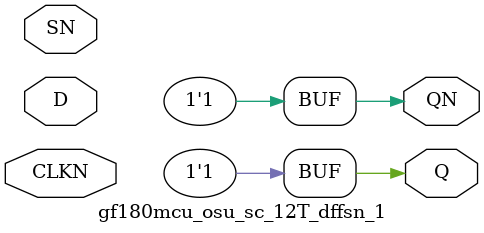
<source format=v>
`timescale 1ns/10ps
`celldefine
module gf180mcu_osu_sc_12T_dffsn_1 (Q, QN, D, SN, CLKN);
	output Q, QN;
	input D, SN, CLKN;
	reg notifier;

	// Function
	buf (Q, 1'b1);
	buf (QN, 1'b1);

	// Timing
	specify
		$width (posedge SN &&& CLKN, 0, 0, notifier);
	endspecify
endmodule
`endcelldefine

</source>
